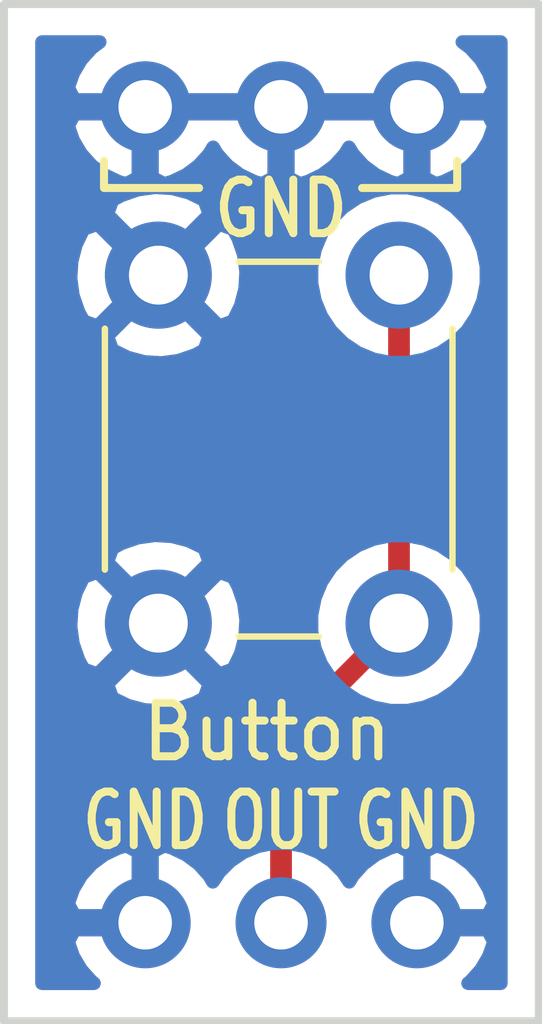
<source format=kicad_pcb>
(kicad_pcb (version 20171130) (host pcbnew "(5.1.9-0-10_14)")

  (general
    (thickness 1.6)
    (drawings 13)
    (tracks 4)
    (zones 0)
    (modules 3)
    (nets 3)
  )

  (page A4)
  (layers
    (0 F.Cu signal)
    (31 B.Cu signal)
    (32 B.Adhes user)
    (33 F.Adhes user)
    (34 B.Paste user)
    (35 F.Paste user)
    (36 B.SilkS user)
    (37 F.SilkS user)
    (38 B.Mask user)
    (39 F.Mask user)
    (40 Dwgs.User user)
    (41 Cmts.User user)
    (42 Eco1.User user)
    (43 Eco2.User user)
    (44 Edge.Cuts user)
    (45 Margin user)
    (46 B.CrtYd user hide)
    (47 F.CrtYd user hide)
    (48 B.Fab user hide)
    (49 F.Fab user hide)
  )

  (setup
    (last_trace_width 0.1524)
    (user_trace_width 0.1524)
    (user_trace_width 0.254)
    (user_trace_width 0.4064)
    (user_trace_width 0.635)
    (trace_clearance 0.1524)
    (zone_clearance 0.508)
    (zone_45_only no)
    (trace_min 0.1524)
    (via_size 0.6858)
    (via_drill 0.3048)
    (via_min_size 0.6858)
    (via_min_drill 0.3048)
    (uvia_size 0.3048)
    (uvia_drill 0.1524)
    (uvias_allowed no)
    (uvia_min_size 0.2)
    (uvia_min_drill 0.1)
    (edge_width 0.15)
    (segment_width 0.15)
    (pcb_text_width 0.3)
    (pcb_text_size 1.5 1.5)
    (mod_edge_width 0.15)
    (mod_text_size 1 1)
    (mod_text_width 0.15)
    (pad_size 1.524 1.524)
    (pad_drill 0.762)
    (pad_to_mask_clearance 0.2)
    (aux_axis_origin 0 0)
    (visible_elements FFFFFF7F)
    (pcbplotparams
      (layerselection 0x010fc_ffffffff)
      (usegerberextensions false)
      (usegerberattributes false)
      (usegerberadvancedattributes false)
      (creategerberjobfile false)
      (excludeedgelayer true)
      (linewidth 0.100000)
      (plotframeref false)
      (viasonmask false)
      (mode 1)
      (useauxorigin false)
      (hpglpennumber 1)
      (hpglpenspeed 20)
      (hpglpendiameter 15.000000)
      (psnegative false)
      (psa4output false)
      (plotreference true)
      (plotvalue true)
      (plotinvisibletext false)
      (padsonsilk false)
      (subtractmaskfromsilk false)
      (outputformat 1)
      (mirror false)
      (drillshape 1)
      (scaleselection 1)
      (outputdirectory ""))
  )

  (net 0 "")
  (net 1 GND)
  (net 2 OUT)

  (net_class Default "This is the default net class."
    (clearance 0.1524)
    (trace_width 0.1524)
    (via_dia 0.6858)
    (via_drill 0.3048)
    (uvia_dia 0.3048)
    (uvia_drill 0.1524)
    (diff_pair_width 0.1524)
    (diff_pair_gap 0.1524)
    (add_net GND)
    (add_net OUT)
  )

  (module Connector_PinHeader_2.54mm:PinHeader_1x03_P2.54mm_Vertical (layer B.Cu) (tedit 5FD26484) (tstamp 5FD267C0)
    (at 103.64 73.16 270)
    (descr "Through hole straight pin header, 1x03, 2.54mm pitch, single row")
    (tags "Through hole pin header THT 1x03 2.54mm single row")
    (path /5FD260DD)
    (fp_text reference J2 (at 0 2.33 270) (layer B.SilkS) hide
      (effects (font (size 1 1) (thickness 0.15)) (justify mirror))
    )
    (fp_text value OUT (at 0 -7.41 270) (layer B.Fab)
      (effects (font (size 1 1) (thickness 0.15)) (justify mirror))
    )
    (fp_line (start -0.635 1.27) (end 1.27 1.27) (layer B.Fab) (width 0.1))
    (fp_line (start 1.27 1.27) (end 1.27 -6.35) (layer B.Fab) (width 0.1))
    (fp_line (start 1.27 -6.35) (end -1.27 -6.35) (layer B.Fab) (width 0.1))
    (fp_line (start -1.27 -6.35) (end -1.27 0.635) (layer B.Fab) (width 0.1))
    (fp_line (start -1.27 0.635) (end -0.635 1.27) (layer B.Fab) (width 0.1))
    (fp_line (start -1.8 1.8) (end -1.8 -6.85) (layer B.CrtYd) (width 0.05))
    (fp_line (start -1.8 -6.85) (end 1.8 -6.85) (layer B.CrtYd) (width 0.05))
    (fp_line (start 1.8 -6.85) (end 1.8 1.8) (layer B.CrtYd) (width 0.05))
    (fp_line (start 1.8 1.8) (end -1.8 1.8) (layer B.CrtYd) (width 0.05))
    (fp_text user %R (at 0 -2.54 180) (layer B.Fab)
      (effects (font (size 1 1) (thickness 0.15)) (justify mirror))
    )
    (pad 3 thru_hole oval (at 0 -5.08 270) (size 1.7 1.7) (drill 1) (layers *.Cu *.Mask)
      (net 1 GND))
    (pad 2 thru_hole oval (at 0 -2.54 270) (size 1.7 1.7) (drill 1) (layers *.Cu *.Mask)
      (net 2 OUT))
    (pad 1 thru_hole oval (at 0 0 270) (size 1.7 1.7) (drill 1) (layers *.Cu *.Mask)
      (net 1 GND))
    (model ${KISYS3DMOD}/Connector_PinHeader_2.54mm.3dshapes/PinHeader_1x03_P2.54mm_Vertical.wrl
      (at (xyz 0 0 0))
      (scale (xyz 1 1 1))
      (rotate (xyz 0 0 0))
    )
  )

  (module Connector_PinHeader_2.54mm:PinHeader_1x03_P2.54mm_Vertical (layer B.Cu) (tedit 5FD26467) (tstamp 5FD267AA)
    (at 103.64 57.92 270)
    (descr "Through hole straight pin header, 1x03, 2.54mm pitch, single row")
    (tags "Through hole pin header THT 1x03 2.54mm single row")
    (path /5FD25C62)
    (fp_text reference J1 (at 0 2.33 270) (layer B.SilkS) hide
      (effects (font (size 1 1) (thickness 0.15)) (justify mirror))
    )
    (fp_text value POWER (at 0 -7.41 270) (layer B.Fab)
      (effects (font (size 1 1) (thickness 0.15)) (justify mirror))
    )
    (fp_line (start 1.8 1.8) (end -1.8 1.8) (layer B.CrtYd) (width 0.05))
    (fp_line (start 1.8 -6.85) (end 1.8 1.8) (layer B.CrtYd) (width 0.05))
    (fp_line (start -1.8 -6.85) (end 1.8 -6.85) (layer B.CrtYd) (width 0.05))
    (fp_line (start -1.8 1.8) (end -1.8 -6.85) (layer B.CrtYd) (width 0.05))
    (fp_line (start -1.27 0.635) (end -0.635 1.27) (layer B.Fab) (width 0.1))
    (fp_line (start -1.27 -6.35) (end -1.27 0.635) (layer B.Fab) (width 0.1))
    (fp_line (start 1.27 -6.35) (end -1.27 -6.35) (layer B.Fab) (width 0.1))
    (fp_line (start 1.27 1.27) (end 1.27 -6.35) (layer B.Fab) (width 0.1))
    (fp_line (start -0.635 1.27) (end 1.27 1.27) (layer B.Fab) (width 0.1))
    (fp_text user %R (at 0 -2.54 180) (layer B.Fab)
      (effects (font (size 1 1) (thickness 0.15)) (justify mirror))
    )
    (pad 1 thru_hole oval (at 0 0 270) (size 1.7 1.7) (drill 1) (layers *.Cu *.Mask)
      (net 1 GND))
    (pad 2 thru_hole oval (at 0 -2.54 270) (size 1.7 1.7) (drill 1) (layers *.Cu *.Mask)
      (net 1 GND))
    (pad 3 thru_hole oval (at 0 -5.08 270) (size 1.7 1.7) (drill 1) (layers *.Cu *.Mask)
      (net 1 GND))
    (model ${KISYS3DMOD}/Connector_PinHeader_2.54mm.3dshapes/PinHeader_1x03_P2.54mm_Vertical.wrl
      (at (xyz 0 0 0))
      (scale (xyz 1 1 1))
      (rotate (xyz 0 0 0))
    )
  )

  (module Button_Switch_THT:SW_PUSH_6mm_H7.3mm (layer F.Cu) (tedit 5FD28090) (tstamp 5FD2805E)
    (at 103.886 67.564 90)
    (descr "tactile push button, 6x6mm e.g. PHAP33xx series, height=7.3mm")
    (tags "tact sw push 6mm")
    (path /5FD27819)
    (fp_text reference SW1 (at 3.25 -2 90) (layer F.SilkS) hide
      (effects (font (size 1 1) (thickness 0.15)))
    )
    (fp_text value SW_Push_Dual (at 3.75 6.7 90) (layer F.Fab)
      (effects (font (size 1 1) (thickness 0.15)))
    )
    (fp_circle (center 3.25 2.25) (end 1.25 2.5) (layer F.Fab) (width 0.1))
    (fp_line (start 6.75 3) (end 6.75 1.5) (layer F.SilkS) (width 0.12))
    (fp_line (start 5.5 -1) (end 1 -1) (layer F.SilkS) (width 0.12))
    (fp_line (start -0.25 1.5) (end -0.25 3) (layer F.SilkS) (width 0.12))
    (fp_line (start 1 5.5) (end 5.5 5.5) (layer F.SilkS) (width 0.12))
    (fp_line (start 8 -1.25) (end 8 5.75) (layer F.CrtYd) (width 0.05))
    (fp_line (start 7.75 6) (end -1.25 6) (layer F.CrtYd) (width 0.05))
    (fp_line (start -1.5 5.75) (end -1.5 -1.25) (layer F.CrtYd) (width 0.05))
    (fp_line (start -1.25 -1.5) (end 7.75 -1.5) (layer F.CrtYd) (width 0.05))
    (fp_line (start -1.5 6) (end -1.25 6) (layer F.CrtYd) (width 0.05))
    (fp_line (start -1.5 5.75) (end -1.5 6) (layer F.CrtYd) (width 0.05))
    (fp_line (start -1.5 -1.5) (end -1.25 -1.5) (layer F.CrtYd) (width 0.05))
    (fp_line (start -1.5 -1.25) (end -1.5 -1.5) (layer F.CrtYd) (width 0.05))
    (fp_line (start 8 -1.5) (end 8 -1.25) (layer F.CrtYd) (width 0.05))
    (fp_line (start 7.75 -1.5) (end 8 -1.5) (layer F.CrtYd) (width 0.05))
    (fp_line (start 8 6) (end 8 5.75) (layer F.CrtYd) (width 0.05))
    (fp_line (start 7.75 6) (end 8 6) (layer F.CrtYd) (width 0.05))
    (fp_line (start 0.25 -0.75) (end 3.25 -0.75) (layer F.Fab) (width 0.1))
    (fp_line (start 0.25 5.25) (end 0.25 -0.75) (layer F.Fab) (width 0.1))
    (fp_line (start 6.25 5.25) (end 0.25 5.25) (layer F.Fab) (width 0.1))
    (fp_line (start 6.25 -0.75) (end 6.25 5.25) (layer F.Fab) (width 0.1))
    (fp_line (start 3.25 -0.75) (end 6.25 -0.75) (layer F.Fab) (width 0.1))
    (fp_text user %R (at 3.25 2.25 90) (layer F.Fab)
      (effects (font (size 1 1) (thickness 0.15)))
    )
    (pad 2 thru_hole circle (at 0 4.5 180) (size 2 2) (drill 1.1) (layers *.Cu *.Mask)
      (net 2 OUT))
    (pad 1 thru_hole circle (at 0 0 180) (size 2 2) (drill 1.1) (layers *.Cu *.Mask)
      (net 1 GND))
    (pad 2 thru_hole circle (at 6.5 4.5 180) (size 2 2) (drill 1.1) (layers *.Cu *.Mask)
      (net 2 OUT))
    (pad 1 thru_hole circle (at 6.5 0 180) (size 2 2) (drill 1.1) (layers *.Cu *.Mask)
      (net 1 GND))
    (model ${KISYS3DMOD}/Button_Switch_THT.3dshapes/SW_PUSH_6mm_H7.3mm.wrl
      (at (xyz 0 0 0))
      (scale (xyz 1 1 1))
      (rotate (xyz 0 0 0))
    )
  )

  (gr_line (start 109.474 59.436) (end 109.474 58.928) (layer F.SilkS) (width 0.15))
  (gr_line (start 107.696 59.436) (end 109.474 59.436) (layer F.SilkS) (width 0.15))
  (gr_line (start 102.87 59.436) (end 104.648 59.436) (layer F.SilkS) (width 0.15))
  (gr_line (start 102.87 58.928) (end 102.87 59.436) (layer F.SilkS) (width 0.15))
  (gr_text GND (at 103.64 71.255) (layer F.SilkS) (tstamp 5FD2696D)
    (effects (font (size 1 0.75) (thickness 0.15)))
  )
  (gr_text OUT (at 106.18 71.255) (layer F.SilkS) (tstamp 5FD26967)
    (effects (font (size 1 0.75) (thickness 0.15)))
  )
  (gr_text GND (at 106.18 59.825) (layer F.SilkS) (tstamp 5FD2688E)
    (effects (font (size 1 0.8) (thickness 0.15)))
  )
  (gr_text GND (at 108.72 71.255) (layer F.SilkS) (tstamp 5FCAC66D)
    (effects (font (size 1 0.75) (thickness 0.15)))
  )
  (gr_text Button (at 105.918 69.596) (layer F.SilkS) (tstamp 5FC9695F)
    (effects (font (size 1 0.95) (thickness 0.15)))
  )
  (gr_line (start 101 56) (end 101 75) (layer Edge.Cuts) (width 0.15))
  (gr_line (start 111 56) (end 101 56) (layer Edge.Cuts) (width 0.15))
  (gr_line (start 111 75) (end 111 56) (layer Edge.Cuts) (width 0.15))
  (gr_line (start 101 75) (end 111 75) (layer Edge.Cuts) (width 0.15))

  (segment (start 108.386 62.478213) (end 108.386 67.564) (width 0.4064) (layer F.Cu) (net 2))
  (segment (start 108.386 61.064) (end 108.386 62.478213) (width 0.4064) (layer F.Cu) (net 2))
  (segment (start 106.18 69.77) (end 108.386 67.564) (width 0.4064) (layer F.Cu) (net 2))
  (segment (start 106.18 73.16) (end 106.18 69.77) (width 0.4064) (layer F.Cu) (net 2))

  (zone (net 1) (net_name GND) (layer F.Cu) (tstamp 0) (hatch edge 0.508)
    (connect_pads (clearance 0.508))
    (min_thickness 0.254)
    (fill yes (arc_segments 16) (thermal_gap 0.508) (thermal_bridge_width 0.508))
    (polygon
      (pts
        (xy 101 56) (xy 111 56) (xy 111 75) (xy 101 75)
      )
    )
    (filled_polygon
      (pts
        (xy 102.639731 56.822412) (xy 102.444822 57.038645) (xy 102.295843 57.288748) (xy 102.198519 57.563109) (xy 102.319186 57.793)
        (xy 103.513 57.793) (xy 103.513 57.773) (xy 103.767 57.773) (xy 103.767 57.793) (xy 106.053 57.793)
        (xy 106.053 57.773) (xy 106.307 57.773) (xy 106.307 57.793) (xy 108.593 57.793) (xy 108.593 57.773)
        (xy 108.847 57.773) (xy 108.847 57.793) (xy 110.040814 57.793) (xy 110.161481 57.563109) (xy 110.064157 57.288748)
        (xy 109.915178 57.038645) (xy 109.720269 56.822412) (xy 109.569561 56.71) (xy 110.290001 56.71) (xy 110.29 74.29)
        (xy 109.676815 74.29) (xy 109.720269 74.257588) (xy 109.915178 74.041355) (xy 110.064157 73.791252) (xy 110.161481 73.516891)
        (xy 110.040814 73.287) (xy 108.847 73.287) (xy 108.847 73.307) (xy 108.593 73.307) (xy 108.593 73.287)
        (xy 108.573 73.287) (xy 108.573 73.033) (xy 108.593 73.033) (xy 108.593 71.839845) (xy 108.847 71.839845)
        (xy 108.847 73.033) (xy 110.040814 73.033) (xy 110.161481 72.803109) (xy 110.064157 72.528748) (xy 109.915178 72.278645)
        (xy 109.720269 72.062412) (xy 109.48692 71.888359) (xy 109.224099 71.763175) (xy 109.07689 71.718524) (xy 108.847 71.839845)
        (xy 108.593 71.839845) (xy 108.36311 71.718524) (xy 108.215901 71.763175) (xy 107.95308 71.888359) (xy 107.719731 72.062412)
        (xy 107.524822 72.278645) (xy 107.455195 72.395534) (xy 107.333475 72.213368) (xy 107.126632 72.006525) (xy 107.0182 71.934073)
        (xy 107.0182 70.117193) (xy 107.984271 69.151123) (xy 108.224967 69.199) (xy 108.547033 69.199) (xy 108.862912 69.136168)
        (xy 109.160463 69.012918) (xy 109.428252 68.833987) (xy 109.655987 68.606252) (xy 109.834918 68.338463) (xy 109.958168 68.040912)
        (xy 110.021 67.725033) (xy 110.021 67.402967) (xy 109.958168 67.087088) (xy 109.834918 66.789537) (xy 109.655987 66.521748)
        (xy 109.428252 66.294013) (xy 109.2242 66.15767) (xy 109.2242 62.47033) (xy 109.428252 62.333987) (xy 109.655987 62.106252)
        (xy 109.834918 61.838463) (xy 109.958168 61.540912) (xy 110.021 61.225033) (xy 110.021 60.902967) (xy 109.958168 60.587088)
        (xy 109.834918 60.289537) (xy 109.655987 60.021748) (xy 109.428252 59.794013) (xy 109.160463 59.615082) (xy 108.862912 59.491832)
        (xy 108.547033 59.429) (xy 108.224967 59.429) (xy 107.909088 59.491832) (xy 107.611537 59.615082) (xy 107.343748 59.794013)
        (xy 107.116013 60.021748) (xy 106.937082 60.289537) (xy 106.813832 60.587088) (xy 106.751 60.902967) (xy 106.751 61.225033)
        (xy 106.813832 61.540912) (xy 106.937082 61.838463) (xy 107.116013 62.106252) (xy 107.343748 62.333987) (xy 107.5478 62.47033)
        (xy 107.547801 66.157669) (xy 107.343748 66.294013) (xy 107.116013 66.521748) (xy 106.937082 66.789537) (xy 106.813832 67.087088)
        (xy 106.751 67.402967) (xy 106.751 67.725033) (xy 106.798877 67.965729) (xy 105.616413 69.148194) (xy 105.584437 69.174436)
        (xy 105.558195 69.206412) (xy 105.558192 69.206415) (xy 105.479691 69.302069) (xy 105.401858 69.447684) (xy 105.353929 69.605685)
        (xy 105.337746 69.77) (xy 105.341801 69.811172) (xy 105.3418 71.934073) (xy 105.233368 72.006525) (xy 105.026525 72.213368)
        (xy 104.904805 72.395534) (xy 104.835178 72.278645) (xy 104.640269 72.062412) (xy 104.40692 71.888359) (xy 104.144099 71.763175)
        (xy 103.99689 71.718524) (xy 103.767 71.839845) (xy 103.767 73.033) (xy 103.787 73.033) (xy 103.787 73.287)
        (xy 103.767 73.287) (xy 103.767 73.307) (xy 103.513 73.307) (xy 103.513 73.287) (xy 102.319186 73.287)
        (xy 102.198519 73.516891) (xy 102.295843 73.791252) (xy 102.444822 74.041355) (xy 102.639731 74.257588) (xy 102.683185 74.29)
        (xy 101.71 74.29) (xy 101.71 72.803109) (xy 102.198519 72.803109) (xy 102.319186 73.033) (xy 103.513 73.033)
        (xy 103.513 71.839845) (xy 103.28311 71.718524) (xy 103.135901 71.763175) (xy 102.87308 71.888359) (xy 102.639731 72.062412)
        (xy 102.444822 72.278645) (xy 102.295843 72.528748) (xy 102.198519 72.803109) (xy 101.71 72.803109) (xy 101.71 68.699413)
        (xy 102.930192 68.699413) (xy 103.025956 68.963814) (xy 103.315571 69.104704) (xy 103.627108 69.186384) (xy 103.948595 69.205718)
        (xy 104.267675 69.161961) (xy 104.572088 69.056795) (xy 104.746044 68.963814) (xy 104.841808 68.699413) (xy 103.886 67.743605)
        (xy 102.930192 68.699413) (xy 101.71 68.699413) (xy 101.71 67.626595) (xy 102.244282 67.626595) (xy 102.288039 67.945675)
        (xy 102.393205 68.250088) (xy 102.486186 68.424044) (xy 102.750587 68.519808) (xy 103.706395 67.564) (xy 104.065605 67.564)
        (xy 105.021413 68.519808) (xy 105.285814 68.424044) (xy 105.426704 68.134429) (xy 105.508384 67.822892) (xy 105.527718 67.501405)
        (xy 105.483961 67.182325) (xy 105.378795 66.877912) (xy 105.285814 66.703956) (xy 105.021413 66.608192) (xy 104.065605 67.564)
        (xy 103.706395 67.564) (xy 102.750587 66.608192) (xy 102.486186 66.703956) (xy 102.345296 66.993571) (xy 102.263616 67.305108)
        (xy 102.244282 67.626595) (xy 101.71 67.626595) (xy 101.71 66.428587) (xy 102.930192 66.428587) (xy 103.886 67.384395)
        (xy 104.841808 66.428587) (xy 104.746044 66.164186) (xy 104.456429 66.023296) (xy 104.144892 65.941616) (xy 103.823405 65.922282)
        (xy 103.504325 65.966039) (xy 103.199912 66.071205) (xy 103.025956 66.164186) (xy 102.930192 66.428587) (xy 101.71 66.428587)
        (xy 101.71 62.199413) (xy 102.930192 62.199413) (xy 103.025956 62.463814) (xy 103.315571 62.604704) (xy 103.627108 62.686384)
        (xy 103.948595 62.705718) (xy 104.267675 62.661961) (xy 104.572088 62.556795) (xy 104.746044 62.463814) (xy 104.841808 62.199413)
        (xy 103.886 61.243605) (xy 102.930192 62.199413) (xy 101.71 62.199413) (xy 101.71 61.126595) (xy 102.244282 61.126595)
        (xy 102.288039 61.445675) (xy 102.393205 61.750088) (xy 102.486186 61.924044) (xy 102.750587 62.019808) (xy 103.706395 61.064)
        (xy 104.065605 61.064) (xy 105.021413 62.019808) (xy 105.285814 61.924044) (xy 105.426704 61.634429) (xy 105.508384 61.322892)
        (xy 105.527718 61.001405) (xy 105.483961 60.682325) (xy 105.378795 60.377912) (xy 105.285814 60.203956) (xy 105.021413 60.108192)
        (xy 104.065605 61.064) (xy 103.706395 61.064) (xy 102.750587 60.108192) (xy 102.486186 60.203956) (xy 102.345296 60.493571)
        (xy 102.263616 60.805108) (xy 102.244282 61.126595) (xy 101.71 61.126595) (xy 101.71 59.928587) (xy 102.930192 59.928587)
        (xy 103.886 60.884395) (xy 104.841808 59.928587) (xy 104.746044 59.664186) (xy 104.456429 59.523296) (xy 104.144892 59.441616)
        (xy 103.823405 59.422282) (xy 103.504325 59.466039) (xy 103.199912 59.571205) (xy 103.025956 59.664186) (xy 102.930192 59.928587)
        (xy 101.71 59.928587) (xy 101.71 58.276891) (xy 102.198519 58.276891) (xy 102.295843 58.551252) (xy 102.444822 58.801355)
        (xy 102.639731 59.017588) (xy 102.87308 59.191641) (xy 103.135901 59.316825) (xy 103.28311 59.361476) (xy 103.513 59.240155)
        (xy 103.513 58.047) (xy 103.767 58.047) (xy 103.767 59.240155) (xy 103.99689 59.361476) (xy 104.144099 59.316825)
        (xy 104.40692 59.191641) (xy 104.640269 59.017588) (xy 104.835178 58.801355) (xy 104.91 58.675745) (xy 104.984822 58.801355)
        (xy 105.179731 59.017588) (xy 105.41308 59.191641) (xy 105.675901 59.316825) (xy 105.82311 59.361476) (xy 106.053 59.240155)
        (xy 106.053 58.047) (xy 106.307 58.047) (xy 106.307 59.240155) (xy 106.53689 59.361476) (xy 106.684099 59.316825)
        (xy 106.94692 59.191641) (xy 107.180269 59.017588) (xy 107.375178 58.801355) (xy 107.45 58.675745) (xy 107.524822 58.801355)
        (xy 107.719731 59.017588) (xy 107.95308 59.191641) (xy 108.215901 59.316825) (xy 108.36311 59.361476) (xy 108.593 59.240155)
        (xy 108.593 58.047) (xy 108.847 58.047) (xy 108.847 59.240155) (xy 109.07689 59.361476) (xy 109.224099 59.316825)
        (xy 109.48692 59.191641) (xy 109.720269 59.017588) (xy 109.915178 58.801355) (xy 110.064157 58.551252) (xy 110.161481 58.276891)
        (xy 110.040814 58.047) (xy 108.847 58.047) (xy 108.593 58.047) (xy 106.307 58.047) (xy 106.053 58.047)
        (xy 103.767 58.047) (xy 103.513 58.047) (xy 102.319186 58.047) (xy 102.198519 58.276891) (xy 101.71 58.276891)
        (xy 101.71 56.71) (xy 102.790439 56.71)
      )
    )
  )
  (zone (net 1) (net_name GND) (layer B.Cu) (tstamp 0) (hatch edge 0.508)
    (connect_pads (clearance 0.508))
    (min_thickness 0.254)
    (fill yes (arc_segments 16) (thermal_gap 0.508) (thermal_bridge_width 0.508))
    (polygon
      (pts
        (xy 101 56) (xy 111 56) (xy 111 75) (xy 101 75)
      )
    )
    (filled_polygon
      (pts
        (xy 102.639731 56.822412) (xy 102.444822 57.038645) (xy 102.295843 57.288748) (xy 102.198519 57.563109) (xy 102.319186 57.793)
        (xy 103.513 57.793) (xy 103.513 57.773) (xy 103.767 57.773) (xy 103.767 57.793) (xy 106.053 57.793)
        (xy 106.053 57.773) (xy 106.307 57.773) (xy 106.307 57.793) (xy 108.593 57.793) (xy 108.593 57.773)
        (xy 108.847 57.773) (xy 108.847 57.793) (xy 110.040814 57.793) (xy 110.161481 57.563109) (xy 110.064157 57.288748)
        (xy 109.915178 57.038645) (xy 109.720269 56.822412) (xy 109.569561 56.71) (xy 110.290001 56.71) (xy 110.29 74.29)
        (xy 109.676815 74.29) (xy 109.720269 74.257588) (xy 109.915178 74.041355) (xy 110.064157 73.791252) (xy 110.161481 73.516891)
        (xy 110.040814 73.287) (xy 108.847 73.287) (xy 108.847 73.307) (xy 108.593 73.307) (xy 108.593 73.287)
        (xy 108.573 73.287) (xy 108.573 73.033) (xy 108.593 73.033) (xy 108.593 71.839845) (xy 108.847 71.839845)
        (xy 108.847 73.033) (xy 110.040814 73.033) (xy 110.161481 72.803109) (xy 110.064157 72.528748) (xy 109.915178 72.278645)
        (xy 109.720269 72.062412) (xy 109.48692 71.888359) (xy 109.224099 71.763175) (xy 109.07689 71.718524) (xy 108.847 71.839845)
        (xy 108.593 71.839845) (xy 108.36311 71.718524) (xy 108.215901 71.763175) (xy 107.95308 71.888359) (xy 107.719731 72.062412)
        (xy 107.524822 72.278645) (xy 107.455195 72.395534) (xy 107.333475 72.213368) (xy 107.126632 72.006525) (xy 106.883411 71.84401)
        (xy 106.613158 71.732068) (xy 106.32626 71.675) (xy 106.03374 71.675) (xy 105.746842 71.732068) (xy 105.476589 71.84401)
        (xy 105.233368 72.006525) (xy 105.026525 72.213368) (xy 104.904805 72.395534) (xy 104.835178 72.278645) (xy 104.640269 72.062412)
        (xy 104.40692 71.888359) (xy 104.144099 71.763175) (xy 103.99689 71.718524) (xy 103.767 71.839845) (xy 103.767 73.033)
        (xy 103.787 73.033) (xy 103.787 73.287) (xy 103.767 73.287) (xy 103.767 73.307) (xy 103.513 73.307)
        (xy 103.513 73.287) (xy 102.319186 73.287) (xy 102.198519 73.516891) (xy 102.295843 73.791252) (xy 102.444822 74.041355)
        (xy 102.639731 74.257588) (xy 102.683185 74.29) (xy 101.71 74.29) (xy 101.71 72.803109) (xy 102.198519 72.803109)
        (xy 102.319186 73.033) (xy 103.513 73.033) (xy 103.513 71.839845) (xy 103.28311 71.718524) (xy 103.135901 71.763175)
        (xy 102.87308 71.888359) (xy 102.639731 72.062412) (xy 102.444822 72.278645) (xy 102.295843 72.528748) (xy 102.198519 72.803109)
        (xy 101.71 72.803109) (xy 101.71 68.699413) (xy 102.930192 68.699413) (xy 103.025956 68.963814) (xy 103.315571 69.104704)
        (xy 103.627108 69.186384) (xy 103.948595 69.205718) (xy 104.267675 69.161961) (xy 104.572088 69.056795) (xy 104.746044 68.963814)
        (xy 104.841808 68.699413) (xy 103.886 67.743605) (xy 102.930192 68.699413) (xy 101.71 68.699413) (xy 101.71 67.626595)
        (xy 102.244282 67.626595) (xy 102.288039 67.945675) (xy 102.393205 68.250088) (xy 102.486186 68.424044) (xy 102.750587 68.519808)
        (xy 103.706395 67.564) (xy 104.065605 67.564) (xy 105.021413 68.519808) (xy 105.285814 68.424044) (xy 105.426704 68.134429)
        (xy 105.508384 67.822892) (xy 105.527718 67.501405) (xy 105.514219 67.402967) (xy 106.751 67.402967) (xy 106.751 67.725033)
        (xy 106.813832 68.040912) (xy 106.937082 68.338463) (xy 107.116013 68.606252) (xy 107.343748 68.833987) (xy 107.611537 69.012918)
        (xy 107.909088 69.136168) (xy 108.224967 69.199) (xy 108.547033 69.199) (xy 108.862912 69.136168) (xy 109.160463 69.012918)
        (xy 109.428252 68.833987) (xy 109.655987 68.606252) (xy 109.834918 68.338463) (xy 109.958168 68.040912) (xy 110.021 67.725033)
        (xy 110.021 67.402967) (xy 109.958168 67.087088) (xy 109.834918 66.789537) (xy 109.655987 66.521748) (xy 109.428252 66.294013)
        (xy 109.160463 66.115082) (xy 108.862912 65.991832) (xy 108.547033 65.929) (xy 108.224967 65.929) (xy 107.909088 65.991832)
        (xy 107.611537 66.115082) (xy 107.343748 66.294013) (xy 107.116013 66.521748) (xy 106.937082 66.789537) (xy 106.813832 67.087088)
        (xy 106.751 67.402967) (xy 105.514219 67.402967) (xy 105.483961 67.182325) (xy 105.378795 66.877912) (xy 105.285814 66.703956)
        (xy 105.021413 66.608192) (xy 104.065605 67.564) (xy 103.706395 67.564) (xy 102.750587 66.608192) (xy 102.486186 66.703956)
        (xy 102.345296 66.993571) (xy 102.263616 67.305108) (xy 102.244282 67.626595) (xy 101.71 67.626595) (xy 101.71 66.428587)
        (xy 102.930192 66.428587) (xy 103.886 67.384395) (xy 104.841808 66.428587) (xy 104.746044 66.164186) (xy 104.456429 66.023296)
        (xy 104.144892 65.941616) (xy 103.823405 65.922282) (xy 103.504325 65.966039) (xy 103.199912 66.071205) (xy 103.025956 66.164186)
        (xy 102.930192 66.428587) (xy 101.71 66.428587) (xy 101.71 62.199413) (xy 102.930192 62.199413) (xy 103.025956 62.463814)
        (xy 103.315571 62.604704) (xy 103.627108 62.686384) (xy 103.948595 62.705718) (xy 104.267675 62.661961) (xy 104.572088 62.556795)
        (xy 104.746044 62.463814) (xy 104.841808 62.199413) (xy 103.886 61.243605) (xy 102.930192 62.199413) (xy 101.71 62.199413)
        (xy 101.71 61.126595) (xy 102.244282 61.126595) (xy 102.288039 61.445675) (xy 102.393205 61.750088) (xy 102.486186 61.924044)
        (xy 102.750587 62.019808) (xy 103.706395 61.064) (xy 104.065605 61.064) (xy 105.021413 62.019808) (xy 105.285814 61.924044)
        (xy 105.426704 61.634429) (xy 105.508384 61.322892) (xy 105.527718 61.001405) (xy 105.514219 60.902967) (xy 106.751 60.902967)
        (xy 106.751 61.225033) (xy 106.813832 61.540912) (xy 106.937082 61.838463) (xy 107.116013 62.106252) (xy 107.343748 62.333987)
        (xy 107.611537 62.512918) (xy 107.909088 62.636168) (xy 108.224967 62.699) (xy 108.547033 62.699) (xy 108.862912 62.636168)
        (xy 109.160463 62.512918) (xy 109.428252 62.333987) (xy 109.655987 62.106252) (xy 109.834918 61.838463) (xy 109.958168 61.540912)
        (xy 110.021 61.225033) (xy 110.021 60.902967) (xy 109.958168 60.587088) (xy 109.834918 60.289537) (xy 109.655987 60.021748)
        (xy 109.428252 59.794013) (xy 109.160463 59.615082) (xy 108.862912 59.491832) (xy 108.547033 59.429) (xy 108.224967 59.429)
        (xy 107.909088 59.491832) (xy 107.611537 59.615082) (xy 107.343748 59.794013) (xy 107.116013 60.021748) (xy 106.937082 60.289537)
        (xy 106.813832 60.587088) (xy 106.751 60.902967) (xy 105.514219 60.902967) (xy 105.483961 60.682325) (xy 105.378795 60.377912)
        (xy 105.285814 60.203956) (xy 105.021413 60.108192) (xy 104.065605 61.064) (xy 103.706395 61.064) (xy 102.750587 60.108192)
        (xy 102.486186 60.203956) (xy 102.345296 60.493571) (xy 102.263616 60.805108) (xy 102.244282 61.126595) (xy 101.71 61.126595)
        (xy 101.71 59.928587) (xy 102.930192 59.928587) (xy 103.886 60.884395) (xy 104.841808 59.928587) (xy 104.746044 59.664186)
        (xy 104.456429 59.523296) (xy 104.144892 59.441616) (xy 103.823405 59.422282) (xy 103.504325 59.466039) (xy 103.199912 59.571205)
        (xy 103.025956 59.664186) (xy 102.930192 59.928587) (xy 101.71 59.928587) (xy 101.71 58.276891) (xy 102.198519 58.276891)
        (xy 102.295843 58.551252) (xy 102.444822 58.801355) (xy 102.639731 59.017588) (xy 102.87308 59.191641) (xy 103.135901 59.316825)
        (xy 103.28311 59.361476) (xy 103.513 59.240155) (xy 103.513 58.047) (xy 103.767 58.047) (xy 103.767 59.240155)
        (xy 103.99689 59.361476) (xy 104.144099 59.316825) (xy 104.40692 59.191641) (xy 104.640269 59.017588) (xy 104.835178 58.801355)
        (xy 104.91 58.675745) (xy 104.984822 58.801355) (xy 105.179731 59.017588) (xy 105.41308 59.191641) (xy 105.675901 59.316825)
        (xy 105.82311 59.361476) (xy 106.053 59.240155) (xy 106.053 58.047) (xy 106.307 58.047) (xy 106.307 59.240155)
        (xy 106.53689 59.361476) (xy 106.684099 59.316825) (xy 106.94692 59.191641) (xy 107.180269 59.017588) (xy 107.375178 58.801355)
        (xy 107.45 58.675745) (xy 107.524822 58.801355) (xy 107.719731 59.017588) (xy 107.95308 59.191641) (xy 108.215901 59.316825)
        (xy 108.36311 59.361476) (xy 108.593 59.240155) (xy 108.593 58.047) (xy 108.847 58.047) (xy 108.847 59.240155)
        (xy 109.07689 59.361476) (xy 109.224099 59.316825) (xy 109.48692 59.191641) (xy 109.720269 59.017588) (xy 109.915178 58.801355)
        (xy 110.064157 58.551252) (xy 110.161481 58.276891) (xy 110.040814 58.047) (xy 108.847 58.047) (xy 108.593 58.047)
        (xy 106.307 58.047) (xy 106.053 58.047) (xy 103.767 58.047) (xy 103.513 58.047) (xy 102.319186 58.047)
        (xy 102.198519 58.276891) (xy 101.71 58.276891) (xy 101.71 56.71) (xy 102.790439 56.71)
      )
    )
  )
)

</source>
